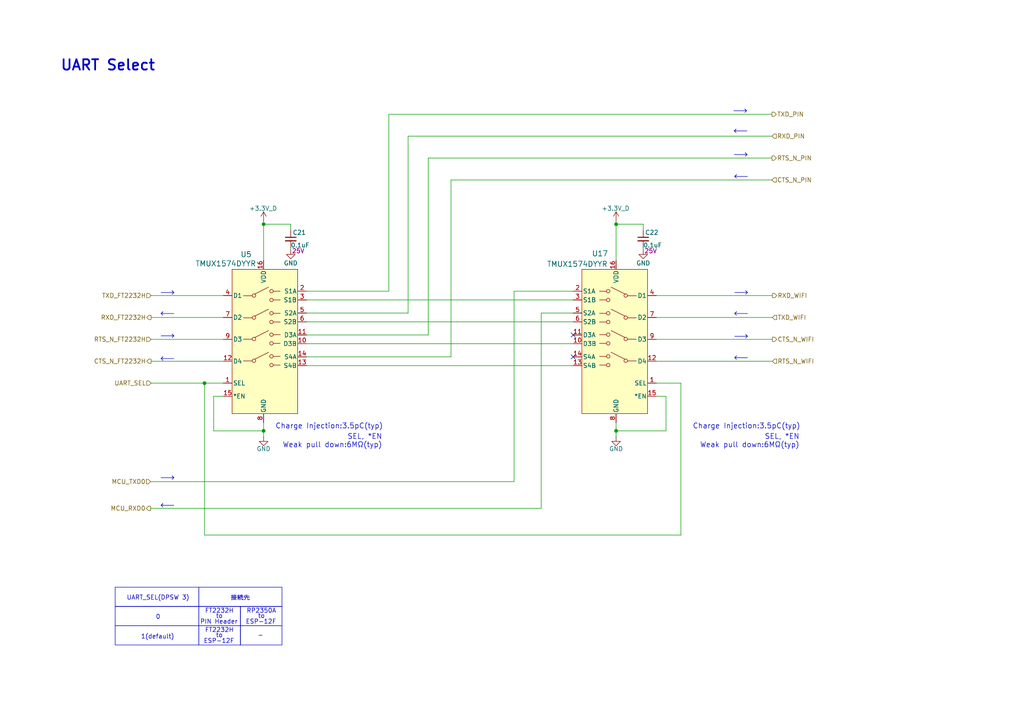
<source format=kicad_sch>
(kicad_sch (version 20250114) (generator "eeschema") (generator_version "9.0")
  (paper "A4")
  (lib_symbols
    (symbol "Device:C_Small" (pin_numbers (hide yes)) (pin_names (offset 0.254) (hide yes))
      (property "Reference" "C" (at 0.254 1.778 0))
      (property "Value" "C_Small" (at 0.254 -2.032 0))
      (symbol "C_Small_0_1"
        (polyline (pts (xy -1.524 0.508) (xy 1.524 0.508)) (stroke (width 0.3048)))
        (polyline (pts (xy -1.524 -0.508) (xy 1.524 -0.508)) (stroke (width 0.3302)))
      )
      (symbol "C_Small_1_1"
        (pin passive line (at 0 2.54 270) (length 2.032) (name "~") (number "1"))
        (pin passive line (at 0 -2.54 90) (length 2.032) (name "~") (number "2"))
      )
    )
    (symbol "TMUX1574DYYR:TMUX1574DYYR" (pin_names (offset 0.254))
      (property "Reference" "U14" (at 4.4801 8.128 0))
      (property "Value" "TMUX1574DYYR" (at 4.4801 5.588 0))
      (symbol "TMUX1574DYYR_1_1"
        (rectangle (start -6.858 3.81) (end 12.192 -38.08) (fill (type background)))
        (polyline (pts (xy -3.578 -3.87) (xy -1.078 -3.87)))
        (polyline (pts (xy -3.578 -10.27) (xy -1.078 -10.27)))
        (polyline (pts (xy -3.578 -16.47) (xy -1.078 -16.47)))
        (polyline (pts (xy -3.578 -22.77) (xy -1.078 -22.77)))
        (circle (center -0.508 -3.81) (radius 0.5) (stroke (width 0) (color 132 0 0 1)) (fill (type background)))
        (circle (center -0.508 -10.21) (radius 0.5) (stroke (width 0) (color 132 0 0 1)) (fill (type background)))
        (circle (center -0.508 -16.41) (radius 0.5) (stroke (width 0) (color 132 0 0 1)) (fill (type background)))
        (circle (center -0.508 -22.71) (radius 0.5) (stroke (width 0) (color 132 0 0 1)) (fill (type background)))
        (polyline (pts (xy -0.278 -3.37) (xy 3.722 -1.37)))
        (polyline (pts (xy -0.278 -9.77) (xy 3.722 -7.77)))
        (polyline (pts (xy -0.278 -15.97) (xy 3.722 -13.97)))
        (polyline (pts (xy -0.278 -22.27) (xy 3.722 -20.27)))
        (circle (center 4.572 -2.54) (radius 0.5) (stroke (width 0) (color 132 0 0 1)) (fill (type background)))
        (circle (center 4.572 -5.08) (radius 0.5) (stroke (width 0) (color 132 0 0 1)) (fill (type background)))
        (circle (center 4.572 -8.94) (radius 0.5) (stroke (width 0) (color 132 0 0 1)) (fill (type background)))
        (circle (center 4.572 -11.48) (radius 0.5) (stroke (width 0) (color 132 0 0 1)) (fill (type background)))
        (circle (center 4.572 -15.14) (radius 0.5) (stroke (width 0) (color 132 0 0 1)) (fill (type background)))
        (circle (center 4.572 -17.68) (radius 0.5) (stroke (width 0) (color 132 0 0 1)) (fill (type background)))
        (circle (center 4.572 -21.44) (radius 0.5) (stroke (width 0) (color 132 0 0 1)) (fill (type background)))
        (circle (center 4.572 -23.98) (radius 0.5) (stroke (width 0) (color 132 0 0 1)) (fill (type background)))
        (polyline (pts (xy 5.122 -2.57) (xy 7.112 -2.54)))
        (polyline (pts (xy 5.122 -5.07) (xy 7.112 -5.08)))
        (polyline (pts (xy 5.122 -8.97) (xy 7.112 -8.94)))
        (polyline (pts (xy 5.122 -11.47) (xy 7.112 -11.48)))
        (polyline (pts (xy 5.122 -15.17) (xy 7.112 -15.14)))
        (polyline (pts (xy 5.122 -17.67) (xy 7.112 -17.68)))
        (polyline (pts (xy 5.122 -21.47) (xy 7.112 -21.44)))
        (polyline (pts (xy 5.122 -23.97) (xy 7.112 -23.98)))
        (pin bidirectional line (at -9.398 -3.81 0) (length 2.54) (name "D1") (number "4"))
        (pin bidirectional line (at -9.398 -10.16 0) (length 2.54) (name "D2") (number "7"))
        (pin bidirectional line (at -9.398 -16.51 0) (length 2.54) (name "D3") (number "9"))
        (pin bidirectional line (at -9.398 -22.86 0) (length 2.54) (name "D4") (number "12"))
        (pin input line (at -9.398 -29.21 0) (length 2.54) (name "SEL") (number "1"))
        (pin input line (at -9.398 -33.02 0) (length 2.54) (name "*EN") (number "15"))
        (pin power_in line (at 2.286 6.35 270) (length 2.54) (name "VDD") (number "16"))
        (pin unspecified line (at 2.286 -40.64 90) (length 2.54) (name "GND") (number "8"))
        (pin bidirectional line (at 14.732 -2.54 180) (length 2.54) (name "S1A") (number "2"))
        (pin bidirectional line (at 14.732 -5.08 180) (length 2.54) (name "S1B") (number "3"))
        (pin bidirectional line (at 14.732 -8.89 180) (length 2.54) (name "S2A") (number "5"))
        (pin bidirectional line (at 14.732 -11.43 180) (length 2.54) (name "S2B") (number "6"))
        (pin bidirectional line (at 14.732 -15.24 180) (length 2.54) (name "D3A") (number "11"))
        (pin bidirectional line (at 14.732 -17.78 180) (length 2.54) (name "D3B") (number "10"))
        (pin bidirectional line (at 14.732 -21.59 180) (length 2.54) (name "S4A") (number "14"))
        (pin bidirectional line (at 14.732 -24.13 180) (length 2.54) (name "S4B") (number "13"))
      )
    )
    (symbol "power:+3.3V" (power) (pin_numbers (hide yes)) (pin_names (offset 0) (hide yes))
      (property "Value" "+3.3V" (at 0 3.556 0))
      (symbol "+3.3V_0_1"
        (polyline (pts (xy -0.762 1.27) (xy 0 2.54)))
        (polyline (pts (xy 0 2.54) (xy 0.762 1.27)))
        (polyline (pts (xy 0 0) (xy 0 2.54)))
      )
      (symbol "+3.3V_1_1"
        (pin power_in line (at 0 0 90) (length 0) (name "~") (number "1"))
      )
    )
    (symbol "power:GND" (power) (pin_numbers (hide yes)) (pin_names (offset 0) (hide yes))
      (property "Value" "GND" (at 0 -3.81 0))
      (symbol "GND_0_1"
        (polyline (pts (xy 0 0) (xy 0 -1.27) (xy 1.27 -1.27) (xy 0 -2.54) (xy -1.27 -1.27) (xy 0 -1.27)))
      )
      (symbol "GND_1_1"
        (pin power_in line (at 0 0 270) (length 0) (name "~") (number "1"))
      )
    )
  )
  (rectangle (start 33.401 181.483) (end 57.658 187.071))
  (rectangle (start 57.658 181.483) (end 69.723 187.071))
  (rectangle (start 69.723 175.895) (end 81.788 181.483))
  (rectangle (start 57.658 170.307) (end 81.788 175.895))
  (rectangle (start 33.401 170.307) (end 57.658 175.895))
  (rectangle (start 33.401 175.895) (end 57.658 181.483))
  (rectangle (start 69.723 181.483) (end 81.788 187.071))
  (rectangle (start 57.658 175.895) (end 69.723 181.483))
  (text "Charge Injection:3.5pC(typ)" (at 111.125 124.587 0) (effects (font (size 1.5 1.5)) (justify right bottom)))
  (text "-" (at 75.565 184.404 0) (effects (font (size 1.27 1.27))))
  (text "Charge Injection:3.5pC(typ)" (at 232.156 124.587 0) (effects (font (size 1.5 1.5)) (justify right bottom)))
  (text "PIN Header" (at 63.5 180.467 0) (effects (font (size 1.27 1.27))))
  (text "FT2232H" (at 63.627 182.88 0) (effects (font (size 1.27 1.27))))
  (text "SEL, *EN\nWeak pull down:6MΩ(typ)" (at 110.871 130.048 0) (effects (font (size 1.5 1.5)) (justify right bottom)))
  (text "to" (at 63.627 184.404 0) (effects (font (size 1.27 1.27))))
  (text "UART Select" (at 17.399 20.828 0) (effects (font (size 3 3) (thickness 0.508) (bold yes)) (justify left bottom)))
  (text "UART_SEL(DPSW 3)" (at 45.847 173.482 0) (effects (font (size 1.27 1.27))))
  (text "0" (at 45.847 179.07 0) (effects (font (size 1.27 1.27))))
  (text "FT2232H" (at 63.627 177.292 0) (effects (font (size 1.27 1.27))))
  (text "ESP-12F" (at 63.5 186.055 0) (effects (font (size 1.27 1.27))))
  (text "RP2350A" (at 75.819 177.292 0) (effects (font (size 1.27 1.27))))
  (text "1(default)" (at 45.72 184.785 0) (effects (font (size 1.27 1.27))))
  (text "ESP-12F" (at 75.692 180.467 0) (effects (font (size 1.27 1.27))))
  (text "to" (at 75.819 178.816 0) (effects (font (size 1.27 1.27))))
  (text "to" (at 63.627 178.816 0) (effects (font (size 1.27 1.27))))
  (text "接続先\n" (at 69.723 173.609 0) (effects (font (size 1.27 1.27))))
  (text "SEL, *EN\nWeak pull down:6MΩ(typ)" (at 231.902 130.048 0) (effects (font (size 1.5 1.5)) (justify right bottom)))
  (junction (at 59.309 111.125))
  (junction (at 76.454 124.968))
  (junction (at 76.454 65.024))
  (junction (at 178.689 65.024))
  (junction (at 178.689 124.968))
  (no_connect (at 166.243 103.505))
  (no_connect (at 166.243 97.155))
  (wire (pts (xy 76.454 124.968) (xy 76.454 126.746)))
  (polyline (pts (xy 216.027 31.623) (xy 216.535 32.131)))
  (polyline (pts (xy 213.614 51.689) (xy 213.106 51.181)))
  (polyline (pts (xy 213.614 90.424) (xy 213.106 90.932)))
  (wire (pts (xy 190.373 114.935) (xy 193.167 114.935)))
  (wire (pts (xy 149.098 84.455) (xy 149.098 139.7)))
  (polyline (pts (xy 216.281 84.328) (xy 216.789 84.836)))
  (wire (pts (xy 43.815 111.125) (xy 59.309 111.125)))
  (wire (pts (xy 88.9 84.455) (xy 112.776 84.455)))
  (polyline (pts (xy 212.852 32.131) (xy 216.535 32.131)))
  (polyline (pts (xy 49.911 97.917) (xy 50.419 97.409)))
  (polyline (pts (xy 216.789 90.932) (xy 213.106 90.932)))
  (wire (pts (xy 59.309 155.194) (xy 197.485 155.194)))
  (wire (pts (xy 88.9 106.045) (xy 166.243 106.045)))
  (wire (pts (xy 178.689 124.968) (xy 178.689 126.746)))
  (wire (pts (xy 112.776 33.147) (xy 223.901 33.147)))
  (polyline (pts (xy 216.281 98.044) (xy 216.789 97.536)))
  (wire (pts (xy 166.243 90.805) (xy 156.972 90.805)))
  (polyline (pts (xy 216.789 103.759) (xy 213.106 103.759)))
  (wire (pts (xy 124.206 45.847) (xy 124.206 97.155)))
  (polyline (pts (xy 47.244 103.505) (xy 46.736 104.013)))
  (wire (pts (xy 178.689 122.555) (xy 178.689 124.968)))
  (polyline (pts (xy 213.487 38.481) (xy 212.979 37.973)))
  (polyline (pts (xy 46.736 84.836) (xy 50.419 84.836)))
  (wire (pts (xy 43.688 147.447) (xy 156.972 147.447)))
  (polyline (pts (xy 49.911 96.901) (xy 50.419 97.409)))
  (wire (pts (xy 118.364 39.497) (xy 223.901 39.497)))
  (polyline (pts (xy 47.244 146.05) (xy 46.736 146.558)))
  (polyline (pts (xy 49.911 138.049) (xy 50.419 138.557)))
  (polyline (pts (xy 47.244 146.05) (xy 46.736 146.558)))
  (polyline (pts (xy 213.487 37.465) (xy 212.979 37.973)))
  (polyline (pts (xy 213.106 97.536) (xy 216.789 97.536)))
  (wire (pts (xy 61.976 114.935) (xy 61.976 124.968)))
  (polyline (pts (xy 49.911 84.328) (xy 50.419 84.836)))
  (polyline (pts (xy 213.614 103.251) (xy 213.106 103.759)))
  (polyline (pts (xy 213.487 37.465) (xy 212.979 37.973)))
  (polyline (pts (xy 212.979 44.831) (xy 216.662 44.831)))
  (wire (pts (xy 178.689 65.024) (xy 178.689 75.565)))
  (polyline (pts (xy 50.419 104.013) (xy 46.736 104.013)))
  (wire (pts (xy 61.976 124.968) (xy 76.454 124.968)))
  (polyline (pts (xy 50.419 90.932) (xy 46.736 90.932)))
  (wire (pts (xy 88.9 103.505) (xy 130.81 103.505)))
  (wire (pts (xy 190.373 92.075) (xy 224.028 92.075)))
  (wire (pts (xy 156.972 90.805) (xy 156.972 147.447)))
  (wire (pts (xy 130.81 52.197) (xy 223.901 52.197)))
  (polyline (pts (xy 47.244 104.521) (xy 46.736 104.013)))
  (polyline (pts (xy 213.614 91.44) (xy 213.106 90.932)))
  (polyline (pts (xy 216.281 97.028) (xy 216.789 97.536)))
  (wire (pts (xy 130.81 52.197) (xy 130.81 103.505)))
  (polyline (pts (xy 49.911 85.344) (xy 50.419 84.836)))
  (wire (pts (xy 124.206 45.847) (xy 223.901 45.847)))
  (polyline (pts (xy 213.614 50.673) (xy 213.106 51.181)))
  (polyline (pts (xy 213.614 90.424) (xy 213.106 90.932)))
  (polyline (pts (xy 216.789 51.181) (xy 213.106 51.181)))
  (polyline (pts (xy 216.027 32.639) (xy 216.535 32.131)))
  (polyline (pts (xy 46.736 138.557) (xy 50.419 138.557)))
  (wire (pts (xy 88.9 86.995) (xy 166.243 86.995)))
  (wire (pts (xy 186.563 66.802) (xy 186.563 65.024)))
  (wire (pts (xy 43.815 92.075) (xy 64.77 92.075)))
  (polyline (pts (xy 216.281 85.344) (xy 216.789 84.836)))
  (wire (pts (xy 84.328 71.882) (xy 84.328 72.517)))
  (wire (pts (xy 186.563 71.882) (xy 186.563 72.517)))
  (polyline (pts (xy 49.911 138.049) (xy 50.419 138.557)))
  (wire (pts (xy 76.454 64.008) (xy 76.454 65.024)))
  (polyline (pts (xy 46.736 97.409) (xy 50.419 97.409)))
  (polyline (pts (xy 216.281 97.028) (xy 216.789 97.536)))
  (wire (pts (xy 190.373 104.775) (xy 224.028 104.775)))
  (polyline (pts (xy 49.911 96.901) (xy 50.419 97.409)))
  (polyline (pts (xy 213.614 50.673) (xy 213.106 51.181)))
  (wire (pts (xy 112.776 33.147) (xy 112.776 84.455)))
  (wire (pts (xy 118.364 39.497) (xy 118.364 90.805)))
  (wire (pts (xy 84.328 66.802) (xy 84.328 65.024)))
  (wire (pts (xy 190.373 85.725) (xy 224.028 85.725)))
  (polyline (pts (xy 213.614 103.251) (xy 213.106 103.759)))
  (wire (pts (xy 88.9 90.805) (xy 118.364 90.805)))
  (polyline (pts (xy 213.106 84.836) (xy 216.789 84.836)))
  (wire (pts (xy 43.815 85.725) (xy 64.77 85.725)))
  (wire (pts (xy 76.454 65.024) (xy 76.454 75.565)))
  (polyline (pts (xy 47.244 91.44) (xy 46.736 90.932)))
  (wire (pts (xy 190.373 111.125) (xy 197.485 111.125)))
  (polyline (pts (xy 49.911 84.328) (xy 50.419 84.836)))
  (polyline (pts (xy 216.154 44.323) (xy 216.662 44.831)))
  (wire (pts (xy 190.373 98.425) (xy 224.028 98.425)))
  (wire (pts (xy 88.9 97.155) (xy 124.206 97.155)))
  (wire (pts (xy 64.77 114.935) (xy 61.976 114.935)))
  (wire (pts (xy 84.328 65.024) (xy 76.454 65.024)))
  (polyline (pts (xy 47.244 103.505) (xy 46.736 104.013)))
  (wire (pts (xy 43.815 104.775) (xy 64.77 104.775)))
  (polyline (pts (xy 47.244 147.066) (xy 46.736 146.558)))
  (wire (pts (xy 166.243 84.455) (xy 149.098 84.455)))
  (wire (pts (xy 178.689 124.968) (xy 193.167 124.968)))
  (polyline (pts (xy 216.154 45.339) (xy 216.662 44.831)))
  (wire (pts (xy 76.454 122.555) (xy 76.454 124.968)))
  (polyline (pts (xy 216.281 84.328) (xy 216.789 84.836)))
  (polyline (pts (xy 216.154 44.323) (xy 216.662 44.831)))
  (wire (pts (xy 197.485 111.125) (xy 197.485 155.194)))
  (polyline (pts (xy 50.419 146.558) (xy 46.736 146.558)))
  (wire (pts (xy 59.309 111.125) (xy 64.77 111.125)))
  (polyline (pts (xy 216.662 37.973) (xy 212.979 37.973)))
  (wire (pts (xy 43.815 98.425) (xy 64.77 98.425)))
  (polyline (pts (xy 213.614 104.267) (xy 213.106 103.759)))
  (wire (pts (xy 88.9 93.345) (xy 166.243 93.345)))
  (wire (pts (xy 88.9 99.695) (xy 166.243 99.695)))
  (wire (pts (xy 59.309 111.125) (xy 59.309 155.194)))
  (polyline (pts (xy 49.911 139.065) (xy 50.419 138.557)))
  (wire (pts (xy 186.563 65.024) (xy 178.689 65.024)))
  (polyline (pts (xy 216.027 31.623) (xy 216.535 32.131)))
  (wire (pts (xy 43.688 139.7) (xy 149.098 139.7)))
  (wire (pts (xy 178.689 64.008) (xy 178.689 65.024)))
  (wire (pts (xy 193.167 114.935) (xy 193.167 124.968)))
  (polyline (pts (xy 47.244 90.424) (xy 46.736 90.932)))
  (polyline (pts (xy 47.244 90.424) (xy 46.736 90.932)))
  (hierarchical_label "TXD_FT2232H" (shape input) (at 43.815 85.725 180))
  (hierarchical_label "MCU_TXD0" (shape input) (at 43.688 139.7 180))
  (hierarchical_label "RXD_FT2232H" (shape output) (at 43.815 92.075 180))
  (hierarchical_label "TXD_WIFI" (shape input) (at 224.028 92.075 0))
  (hierarchical_label "RTS_N_PIN" (shape output) (at 223.901 45.847 0))
  (hierarchical_label "CTS_N_FT2232H" (shape output) (at 43.815 104.775 180))
  (hierarchical_label "CTS_N_WIFI" (shape output) (at 224.028 98.425 0))
  (hierarchical_label "RXD_PIN" (shape input) (at 223.901 39.497 0))
  (hierarchical_label "MCU_RXD0" (shape output) (at 43.688 147.447 180))
  (hierarchical_label "CTS_N_PIN" (shape input) (at 223.901 52.197 0))
  (hierarchical_label "TXD_PIN" (shape output) (at 223.901 33.147 0))
  (hierarchical_label "RXD_WIFI" (shape output) (at 224.028 85.725 0))
  (hierarchical_label "UART_SEL" (shape input) (at 43.815 111.125 180))
  (hierarchical_label "RTS_N_FT2232H" (shape input) (at 43.815 98.425 180))
  (hierarchical_label "RTS_N_WIFI" (shape input) (at 224.028 104.775 0))
  (symbol (lib_id "power:GND") (at 178.689 126.746 0) (mirror y) (unit 1)
    (property "Reference" "#PWR0216" (effects (hide yes)))
    (property "Value" "GND" (at 178.689 130.175 0))
    (property "Description" "Power symbol creates a global label with name \"GND\" , ground" (effects (hide yes)))
  )
  (symbol (lib_id "TMUX1574DYYR:TMUX1574DYYR") (at 180.975 81.915 0) (mirror y) (unit 1)
    (property "Reference" "U17" (at 176.403 73.533 0) (effects (font (size 1.524 1.524)) (justify left)))
    (property "Value" "TMUX1574DYYR" (at 176.276 76.581 0) (effects (font (size 1.524 1.524)) (justify left)))
    (property "Footprint" "TMUX1574DYYR:SOT-23-THIN-16_DYY_TEX" (effects (hide yes)))
    (property "Datasheet" "TMUX1574DYYR" (effects (hide yes)))
    (property "LCSC" "https://www.lcsc.com/product-detail/Analog-Switches-Multiplexers_Texas-Instruments-TMUX1574DYYR_C1855769.html" (effects (hide yes)))
    (property "JLCPCB" "C1855769" (effects (hide yes)))
    (property "MANUFACTURER_PART_NUMBER" "TMUX1574DYYR" (effects (hide yes)))
  )
  (symbol (lib_id "TMUX1574DYYR:TMUX1574DYYR") (at 74.168 81.915 0) (unit 1)
    (property "Reference" "U5" (at 69.723 73.787 0) (effects (font (size 1.524 1.524)) (justify left)))
    (property "Value" "TMUX1574DYYR" (at 56.642 76.454 0) (effects (font (size 1.524 1.524)) (justify left)))
    (property "Footprint" "TMUX1574DYYR:SOT-23-THIN-16_DYY_TEX" (effects (hide yes)))
    (property "Datasheet" "TMUX1574DYYR" (effects (hide yes)))
    (property "LCSC" "https://www.lcsc.com/product-detail/Analog-Switches-Multiplexers_Texas-Instruments-TMUX1574DYYR_C1855769.html" (effects (hide yes)))
    (property "JLCPCB" "C1855769" (effects (hide yes)))
    (property "MANUFACTURER_PART_NUMBER" "TMUX1574DYYR" (effects (hide yes)))
  )
  (symbol (lib_id "power:GND") (at 84.328 72.517 0) (mirror y) (unit 1)
    (property "Reference" "#PWR0212" (effects (hide yes)))
    (property "Value" "GND" (at 84.328 76.327 0))
    (property "Description" "Power symbol creates a global label with name \"GND\" , ground" (effects (hide yes)))
  )
  (symbol (lib_id "power:GND") (at 186.563 72.517 0) (mirror y) (unit 1)
    (property "Reference" "#PWR0215" (effects (hide yes)))
    (property "Value" "GND" (at 186.563 76.327 0))
    (property "Description" "Power symbol creates a global label with name \"GND\" , ground" (effects (hide yes)))
  )
  (symbol (lib_id "power:+3.3V") (at 76.454 64.008 0) (unit 1)
    (property "Reference" "#PWR0211" (effects (hide yes)))
    (property "Value" "+3.3V_D" (at 76.327 60.452 0))
    (property "Description" "Power symbol creates a global label with name \"+3.3V\"" (effects (hide yes)))
  )
  (symbol (lib_id "power:GND") (at 76.454 126.746 0) (mirror y) (unit 1)
    (property "Reference" "#PWR0213" (effects (hide yes)))
    (property "Value" "GND" (at 76.454 130.175 0))
    (property "Description" "Power symbol creates a global label with name \"GND\" , ground" (effects (hide yes)))
  )
  (symbol (lib_id "Device:C_Small") (at 84.328 69.342 0) (mirror y) (unit 1)
    (property "Reference" "C21" (at 88.773 67.437 0) (effects (justify left)))
    (property "Value" "0.1uF" (at 89.789 71.12 0) (effects (justify left)))
    (property "Footprint" "Capacitor_SMD:C_0201_0603Metric_Pad0.64x0.40mm_HandSolder" (effects (hide yes)))
    (property "Description" "Unpolarized capacitor, small symbol" (effects (hide yes)))
    (property "耐圧" "25V" (at 86.487 72.771 0))
    (property "JLCPCB" "C76939" (effects (hide yes)))
    (property "MANUFACTURER_PART_NUMBER" "GRM033R61E104KE14D" (effects (hide yes)))
  )
  (symbol (lib_id "power:+3.3V") (at 178.689 64.008 0) (unit 1)
    (property "Reference" "#PWR0214" (effects (hide yes)))
    (property "Value" "+3.3V_D" (at 178.562 60.452 0))
    (property "Description" "Power symbol creates a global label with name \"+3.3V\"" (effects (hide yes)))
  )
  (symbol (lib_id "Device:C_Small") (at 186.563 69.342 0) (mirror y) (unit 1)
    (property "Reference" "C22" (at 191.008 67.437 0) (effects (justify left)))
    (property "Value" "0.1uF" (at 192.024 71.12 0) (effects (justify left)))
    (property "Footprint" "Capacitor_SMD:C_0201_0603Metric_Pad0.64x0.40mm_HandSolder" (effects (hide yes)))
    (property "Description" "Unpolarized capacitor, small symbol" (effects (hide yes)))
    (property "耐圧" "25V" (at 188.722 72.771 0))
    (property "JLCPCB" "C76939" (effects (hide yes)))
    (property "MANUFACTURER_PART_NUMBER" "GRM033R61E104KE14D" (effects (hide yes)))
  )
)
</source>
